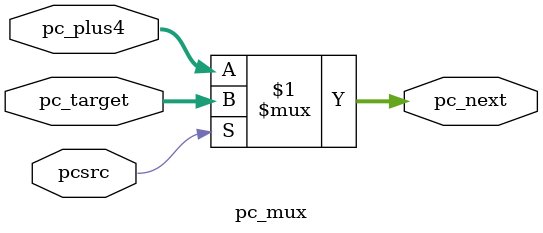
<source format=v>
module pc_mux(
    input pcsrc,
    input [31:0] pc_plus4,
    input [31:0] pc_target,
    output[31:0] pc_next
);
    assign pc_next = pcsrc ? pc_target : pc_plus4;
endmodule   



</source>
